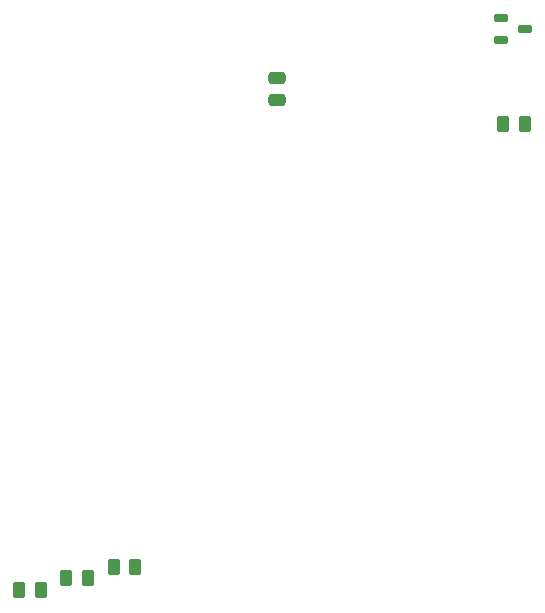
<source format=gtp>
G04 #@! TF.GenerationSoftware,KiCad,Pcbnew,9.0.0*
G04 #@! TF.CreationDate,2025-05-15T15:17:57-04:00*
G04 #@! TF.ProjectId,blood_pressure,626c6f6f-645f-4707-9265-73737572652e,rev?*
G04 #@! TF.SameCoordinates,Original*
G04 #@! TF.FileFunction,Paste,Top*
G04 #@! TF.FilePolarity,Positive*
%FSLAX46Y46*%
G04 Gerber Fmt 4.6, Leading zero omitted, Abs format (unit mm)*
G04 Created by KiCad (PCBNEW 9.0.0) date 2025-05-15 15:17:57*
%MOMM*%
%LPD*%
G01*
G04 APERTURE LIST*
G04 Aperture macros list*
%AMRoundRect*
0 Rectangle with rounded corners*
0 $1 Rounding radius*
0 $2 $3 $4 $5 $6 $7 $8 $9 X,Y pos of 4 corners*
0 Add a 4 corners polygon primitive as box body*
4,1,4,$2,$3,$4,$5,$6,$7,$8,$9,$2,$3,0*
0 Add four circle primitives for the rounded corners*
1,1,$1+$1,$2,$3*
1,1,$1+$1,$4,$5*
1,1,$1+$1,$6,$7*
1,1,$1+$1,$8,$9*
0 Add four rect primitives between the rounded corners*
20,1,$1+$1,$2,$3,$4,$5,0*
20,1,$1+$1,$4,$5,$6,$7,0*
20,1,$1+$1,$6,$7,$8,$9,0*
20,1,$1+$1,$8,$9,$2,$3,0*%
G04 Aperture macros list end*
%ADD10RoundRect,0.250000X-0.262500X-0.450000X0.262500X-0.450000X0.262500X0.450000X-0.262500X0.450000X0*%
%ADD11RoundRect,0.250000X0.475000X-0.250000X0.475000X0.250000X-0.475000X0.250000X-0.475000X-0.250000X0*%
%ADD12RoundRect,0.076250X-0.513750X-0.228750X0.513750X-0.228750X0.513750X0.228750X-0.513750X0.228750X0*%
G04 APERTURE END LIST*
D10*
X119675000Y-96500000D03*
X121500000Y-96500000D03*
X123675000Y-95500000D03*
X125500000Y-95500000D03*
D11*
X137500000Y-56000000D03*
X137500000Y-54100000D03*
D10*
X115675000Y-97500000D03*
X117500000Y-97500000D03*
X156675000Y-58000000D03*
X158500000Y-58000000D03*
D12*
X156475000Y-49085000D03*
X156475000Y-50915000D03*
X158525000Y-50000000D03*
M02*

</source>
